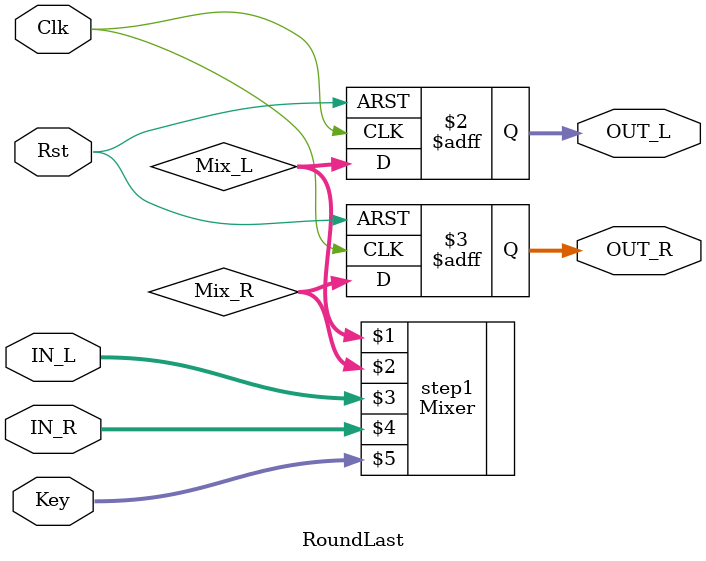
<source format=v>
`timescale 1ns / 1ps


module RoundLast( output reg [1:32]  OUT_L,
    output reg [1:32]  OUT_R,
    input [1:32] IN_L,
    input [1:32] IN_R,
    input [1:48] Key,
    input Clk,
    input Rst
    );
    wire [1:32]Mix_R,Mix_L,Swap_R,Swap_L;
    
    Mixer   step1(Mix_L,Mix_R,IN_L,IN_R,Key);
    
    always@(posedge Clk or posedge Rst)
    begin
        if(Rst)
            begin
            OUT_L <= 32'd0;
            OUT_R <= 32'd0;
            end
        else 
            begin
            OUT_L <= Mix_L;
            OUT_R <= Mix_R;
            end
     end     
endmodule

</source>
